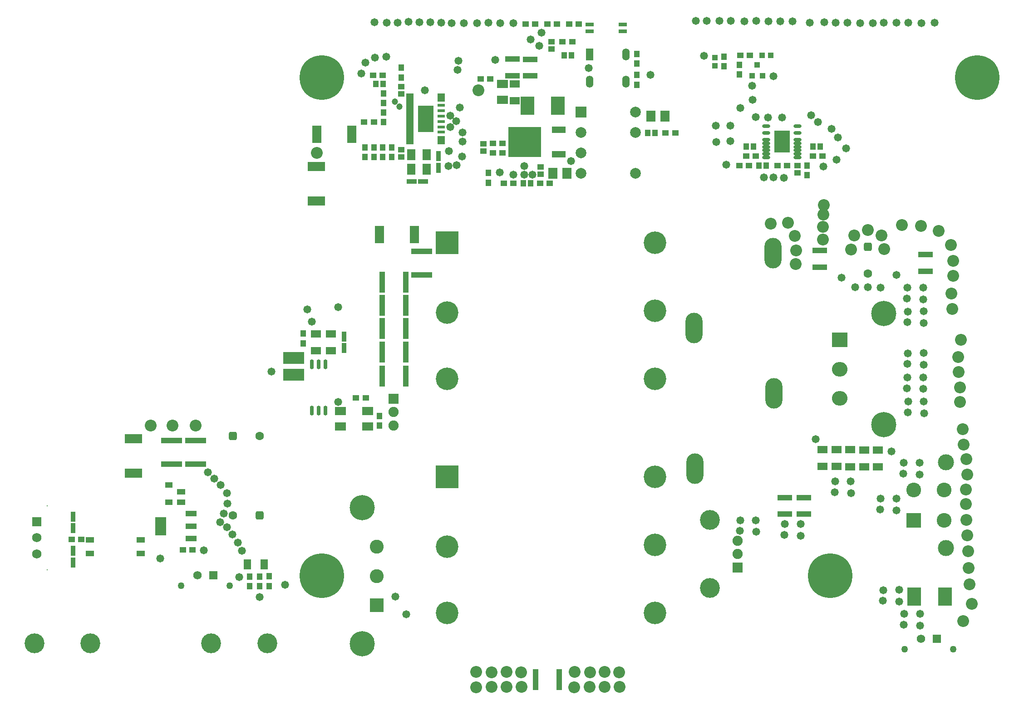
<source format=gts>
G04*
G04 #@! TF.GenerationSoftware,Altium Limited,Altium Designer,22.5.1 (42)*
G04*
G04 Layer_Color=8388736*
%FSLAX25Y25*%
%MOIN*%
G70*
G04*
G04 #@! TF.SameCoordinates,02EF2946-DDE5-4D11-B7C9-AFF3A69701B4*
G04*
G04*
G04 #@! TF.FilePolarity,Negative*
G04*
G01*
G75*
%ADD53R,0.03950X0.03950*%
%ADD54R,0.04343X0.04737*%
%ADD55R,0.03950X0.04343*%
%ADD56R,0.03950X0.03950*%
%ADD57O,0.05918X0.02769*%
%ADD58R,0.11587X0.15997*%
%ADD59R,0.04737X0.04343*%
%ADD60R,0.07493X0.05328*%
%ADD61R,0.06902X0.08083*%
%ADD62R,0.06312X0.02965*%
%ADD63O,0.05300X0.08800*%
%ADD64R,0.05300X0.08800*%
%ADD65R,0.10642X0.04343*%
%ADD66R,0.10249X0.13202*%
%ADD67R,0.24422X0.22257*%
%ADD68R,0.09855X0.04540*%
%ADD69R,0.07887X0.05918*%
%ADD70R,0.11587X0.19501*%
%ADD71R,0.05721X0.02178*%
%ADD72R,0.05918X0.07887*%
%ADD73R,0.07690X0.03556*%
%ADD74R,0.03556X0.07690*%
%ADD75O,0.02965X0.07296*%
%ADD76R,0.15564X0.09068*%
%ADD77R,0.04343X0.15761*%
%ADD78R,0.07099X0.13005*%
%ADD79R,0.15761X0.04343*%
%ADD80R,0.05328X0.07493*%
%ADD81R,0.13005X0.07099*%
%ADD82R,0.05603X0.04383*%
%ADD83R,0.05918X0.04343*%
%ADD84R,0.08477X0.04343*%
%ADD85R,0.08477X0.13595*%
%ADD86C,0.16548*%
%ADD87R,0.16548X0.16548*%
%ADD88C,0.00800*%
%ADD89C,0.06800*%
%ADD90R,0.06800X0.06800*%
G04:AMPARAMS|DCode=91|XSize=63.12mil|YSize=63.12mil|CornerRadius=17.78mil|HoleSize=0mil|Usage=FLASHONLY|Rotation=90.000|XOffset=0mil|YOffset=0mil|HoleType=Round|Shape=RoundedRectangle|*
%AMROUNDEDRECTD91*
21,1,0.06312,0.02756,0,0,90.0*
21,1,0.02756,0.06312,0,0,90.0*
1,1,0.03556,0.01378,0.01378*
1,1,0.03556,0.01378,-0.01378*
1,1,0.03556,-0.01378,-0.01378*
1,1,0.03556,-0.01378,0.01378*
%
%ADD91ROUNDEDRECTD91*%
%ADD92C,0.06312*%
%ADD93C,0.05000*%
%ADD94C,0.06181*%
%ADD95R,0.06181X0.06181*%
%ADD96C,0.14580*%
%ADD97R,0.07493X0.07493*%
%ADD98C,0.07493*%
%ADD99C,0.07887*%
%ADD100R,0.07887X0.07887*%
%ADD101R,0.10249X0.10249*%
%ADD102C,0.10249*%
%ADD103C,0.18517*%
G04:AMPARAMS|DCode=104|XSize=63.12mil|YSize=63.12mil|CornerRadius=17.78mil|HoleSize=0mil|Usage=FLASHONLY|Rotation=0.000|XOffset=0mil|YOffset=0mil|HoleType=Round|Shape=RoundedRectangle|*
%AMROUNDEDRECTD104*
21,1,0.06312,0.02756,0,0,0.0*
21,1,0.02756,0.06312,0,0,0.0*
1,1,0.03556,0.01378,-0.01378*
1,1,0.03556,-0.01378,-0.01378*
1,1,0.03556,-0.01378,0.01378*
1,1,0.03556,0.01378,0.01378*
%
%ADD104ROUNDEDRECTD104*%
%ADD105R,0.11430X0.10642*%
%ADD106O,0.11430X0.10642*%
%ADD107O,0.12611X0.22453*%
%ADD108C,0.10827*%
%ADD109R,0.10827X0.10827*%
%ADD110C,0.11811*%
%ADD111C,0.32690*%
%ADD112C,0.05800*%
%ADD113C,0.08674*%
%ADD114C,0.02769*%
%ADD115C,0.04737*%
D53*
X787500Y470000D02*
D03*
Y463701D02*
D03*
D54*
X805500Y464543D02*
D03*
Y457457D02*
D03*
X864657Y404500D02*
D03*
X859342D02*
D03*
X855000Y383457D02*
D03*
Y390543D02*
D03*
X825000Y390500D02*
D03*
X819685D02*
D03*
X810500Y404500D02*
D03*
X815815D02*
D03*
X743358Y414600D02*
D03*
X738042D02*
D03*
X730000Y449957D02*
D03*
Y457043D02*
D03*
Y472500D02*
D03*
Y465413D02*
D03*
X682000Y471500D02*
D03*
X676685D02*
D03*
X646685Y377500D02*
D03*
X652000D02*
D03*
X556950Y462434D02*
D03*
Y455347D02*
D03*
X538450Y450391D02*
D03*
X543765D02*
D03*
X543950Y436391D02*
D03*
Y443477D02*
D03*
Y429477D02*
D03*
Y422391D02*
D03*
X549950Y403934D02*
D03*
Y396847D02*
D03*
X543450Y403934D02*
D03*
Y396847D02*
D03*
X536950Y403934D02*
D03*
Y396847D02*
D03*
X530450Y403934D02*
D03*
Y396847D02*
D03*
X485000Y259957D02*
D03*
Y267043D02*
D03*
X541000Y199457D02*
D03*
Y206543D02*
D03*
X445650Y88685D02*
D03*
Y81598D02*
D03*
X453150D02*
D03*
Y88685D02*
D03*
X460150Y81642D02*
D03*
Y88728D02*
D03*
X794000Y470543D02*
D03*
Y463457D02*
D03*
X621000Y385043D02*
D03*
Y377957D02*
D03*
D55*
X818500Y464437D02*
D03*
X822240Y456563D02*
D03*
X814760D02*
D03*
D56*
X828299Y471500D02*
D03*
X822000D02*
D03*
D57*
X825165Y419618D02*
D03*
Y414500D02*
D03*
Y409382D02*
D03*
Y406823D02*
D03*
Y404264D02*
D03*
Y401705D02*
D03*
Y399146D02*
D03*
Y396587D02*
D03*
X848000Y419618D02*
D03*
Y414500D02*
D03*
Y409382D02*
D03*
Y406823D02*
D03*
Y404264D02*
D03*
Y401705D02*
D03*
Y399146D02*
D03*
Y396587D02*
D03*
D58*
X836583Y408102D02*
D03*
D59*
X859457Y397500D02*
D03*
X866543D02*
D03*
X848000Y385343D02*
D03*
Y390657D02*
D03*
X840543Y390500D02*
D03*
X833457D02*
D03*
X812500D02*
D03*
X805413D02*
D03*
X810457Y397500D02*
D03*
X817543D02*
D03*
X758243Y414600D02*
D03*
X751157D02*
D03*
X687500Y494500D02*
D03*
X680413D02*
D03*
X675500Y481500D02*
D03*
X682587D02*
D03*
X667500D02*
D03*
Y476185D02*
D03*
X664457Y494500D02*
D03*
X671543D02*
D03*
X622343Y454100D02*
D03*
X615257D02*
D03*
X659500Y389657D02*
D03*
Y384343D02*
D03*
X666043Y377500D02*
D03*
X658957D02*
D03*
X639543D02*
D03*
X632457D02*
D03*
X556950Y443076D02*
D03*
Y448391D02*
D03*
X543537Y456891D02*
D03*
X536450D02*
D03*
X556950Y396891D02*
D03*
Y402206D02*
D03*
X536950Y422391D02*
D03*
X529864D02*
D03*
X523857Y219900D02*
D03*
X530943D02*
D03*
X396606Y108142D02*
D03*
X403693D02*
D03*
X322150Y115909D02*
D03*
X315063D02*
D03*
X813000Y471500D02*
D03*
X805913D02*
D03*
X648413Y494500D02*
D03*
X655500D02*
D03*
X624413Y400000D02*
D03*
X631500D02*
D03*
Y407000D02*
D03*
X624413D02*
D03*
X617500Y401185D02*
D03*
Y406500D02*
D03*
D60*
X907200Y181601D02*
D03*
Y169199D02*
D03*
X897100D02*
D03*
Y181601D02*
D03*
X886700Y169299D02*
D03*
Y181701D02*
D03*
X876700Y169499D02*
D03*
Y181901D02*
D03*
X866400Y169599D02*
D03*
Y182001D02*
D03*
X640400Y438199D02*
D03*
Y450601D02*
D03*
X494457Y266910D02*
D03*
Y254509D02*
D03*
X505457Y266910D02*
D03*
Y254509D02*
D03*
D61*
X750673Y427000D02*
D03*
X740240D02*
D03*
X668240Y385000D02*
D03*
X678673D02*
D03*
D62*
X719705Y489043D02*
D03*
Y494043D02*
D03*
X695295Y489043D02*
D03*
Y494043D02*
D03*
D63*
X722000Y452043D02*
D03*
Y472043D02*
D03*
X695500Y452043D02*
D03*
D64*
Y472043D02*
D03*
D65*
X651800Y468602D02*
D03*
Y456398D02*
D03*
X638600Y468702D02*
D03*
Y456498D02*
D03*
X838650Y134457D02*
D03*
Y146661D02*
D03*
X852650Y134457D02*
D03*
Y146661D02*
D03*
X942000Y312898D02*
D03*
Y325102D02*
D03*
X864500Y315898D02*
D03*
Y328102D02*
D03*
D66*
X672141Y434500D02*
D03*
X649700D02*
D03*
X933780Y74000D02*
D03*
X956221D02*
D03*
D67*
X647795Y408000D02*
D03*
D68*
X672598Y417016D02*
D03*
Y398984D02*
D03*
D69*
X631400Y439000D02*
D03*
Y450417D02*
D03*
X512500Y210209D02*
D03*
Y198791D02*
D03*
X532500Y210209D02*
D03*
Y198791D02*
D03*
D70*
X574950Y424891D02*
D03*
D71*
X586466Y407174D02*
D03*
Y409142D02*
D03*
Y411111D02*
D03*
Y415048D02*
D03*
Y418985D02*
D03*
Y422922D02*
D03*
Y426859D02*
D03*
Y430796D02*
D03*
Y434733D02*
D03*
Y438670D02*
D03*
Y440639D02*
D03*
Y442607D02*
D03*
X563435Y407174D02*
D03*
Y409142D02*
D03*
Y411111D02*
D03*
Y413080D02*
D03*
Y415048D02*
D03*
Y417017D02*
D03*
Y418985D02*
D03*
Y420954D02*
D03*
Y422922D02*
D03*
Y424891D02*
D03*
Y426859D02*
D03*
Y428828D02*
D03*
Y430796D02*
D03*
Y432765D02*
D03*
Y434733D02*
D03*
Y436702D02*
D03*
Y438670D02*
D03*
Y440639D02*
D03*
Y442607D02*
D03*
D72*
X564242Y387891D02*
D03*
X575659D02*
D03*
X564242Y398391D02*
D03*
X575659D02*
D03*
D73*
X564635Y378800D02*
D03*
X573100D02*
D03*
D74*
X584450Y397391D02*
D03*
Y388926D02*
D03*
X514957Y256477D02*
D03*
Y264942D02*
D03*
X316150Y98945D02*
D03*
Y107409D02*
D03*
Y132642D02*
D03*
Y124177D02*
D03*
D75*
X491500Y210472D02*
D03*
X496500D02*
D03*
X501500D02*
D03*
X491500Y244528D02*
D03*
X496500D02*
D03*
X501500D02*
D03*
D76*
X478200Y236898D02*
D03*
Y249102D02*
D03*
D77*
X543177Y236000D02*
D03*
X560500D02*
D03*
X543177Y253500D02*
D03*
X560500D02*
D03*
X543177Y271000D02*
D03*
X560500D02*
D03*
X543177Y288000D02*
D03*
X560500D02*
D03*
X543177Y305000D02*
D03*
X560500D02*
D03*
X655839Y13000D02*
D03*
X673161D02*
D03*
D78*
X541205Y340000D02*
D03*
X566795D02*
D03*
X520795Y413500D02*
D03*
X495205D02*
D03*
D79*
X572000Y327500D02*
D03*
Y310177D02*
D03*
X406000Y188661D02*
D03*
Y171339D02*
D03*
X388500Y188661D02*
D03*
Y171339D02*
D03*
D80*
X456350Y97409D02*
D03*
X443949D02*
D03*
D81*
X360400Y164405D02*
D03*
Y189995D02*
D03*
X494600Y390000D02*
D03*
Y364409D02*
D03*
D82*
X386500Y143063D02*
D03*
Y155937D02*
D03*
D83*
X395500Y150740D02*
D03*
Y143260D02*
D03*
X365701Y105500D02*
D03*
Y115500D02*
D03*
X328299Y105500D02*
D03*
Y115500D02*
D03*
D84*
X402772Y116587D02*
D03*
Y125642D02*
D03*
Y134697D02*
D03*
D85*
X380528Y125642D02*
D03*
D86*
X590551Y110563D02*
D03*
Y61744D02*
D03*
X743504Y161744D02*
D03*
Y111744D02*
D03*
Y61744D02*
D03*
X590551Y282634D02*
D03*
Y233815D02*
D03*
X743504Y333815D02*
D03*
Y283815D02*
D03*
Y233815D02*
D03*
D87*
X590551Y161744D02*
D03*
Y333815D02*
D03*
D88*
X297087Y140650D02*
D03*
Y93405D02*
D03*
D89*
X289370Y117028D02*
D03*
Y105217D02*
D03*
D90*
Y128839D02*
D03*
D91*
X899650Y330744D02*
D03*
D92*
Y311059D02*
D03*
X433307Y133409D02*
D03*
X452992Y191909D02*
D03*
D93*
X926878Y35283D02*
D03*
X962311D02*
D03*
X395528Y81693D02*
D03*
X430961D02*
D03*
D94*
X938689Y43000D02*
D03*
X407339Y89409D02*
D03*
D95*
X950500Y43000D02*
D03*
X419150Y89409D02*
D03*
D96*
X783630Y130075D02*
D03*
Y80075D02*
D03*
X328878Y39500D02*
D03*
X458799D02*
D03*
X417500D02*
D03*
X287579D02*
D03*
D97*
X804150Y95217D02*
D03*
X551500Y219342D02*
D03*
D98*
X804150Y105059D02*
D03*
Y114902D02*
D03*
X551500Y199657D02*
D03*
Y209500D02*
D03*
D99*
X729000Y385000D02*
D03*
Y415000D02*
D03*
Y430000D02*
D03*
X689000Y385000D02*
D03*
Y400000D02*
D03*
Y415000D02*
D03*
D100*
Y430000D02*
D03*
D101*
X539000Y67583D02*
D03*
D102*
Y89000D02*
D03*
Y110417D02*
D03*
D103*
X528370Y39039D02*
D03*
Y139039D02*
D03*
X911472Y200043D02*
D03*
Y281941D02*
D03*
D104*
X452992Y133409D02*
D03*
X433307Y191909D02*
D03*
D105*
X879000Y262492D02*
D03*
D106*
Y240996D02*
D03*
Y219500D02*
D03*
D107*
X772776Y167941D02*
D03*
X830650Y223059D02*
D03*
X772150Y271059D02*
D03*
X830024Y326177D02*
D03*
D108*
X955854Y129780D02*
D03*
Y152220D02*
D03*
X933413D02*
D03*
D109*
Y129780D02*
D03*
D110*
X957134Y109425D02*
D03*
Y172575D02*
D03*
D111*
X498626Y89059D02*
D03*
X498650Y455059D02*
D03*
X980126D02*
D03*
X872126Y89059D02*
D03*
D112*
X414961Y165256D02*
D03*
X419783Y160433D02*
D03*
X424311Y155807D02*
D03*
X429035Y149902D02*
D03*
X429331Y142126D02*
D03*
X426575Y134941D02*
D03*
X440158Y107677D02*
D03*
X436909Y113681D02*
D03*
X433169Y119390D02*
D03*
X428937Y124902D02*
D03*
X423917Y128642D02*
D03*
X805906Y129921D02*
D03*
X817520Y130020D02*
D03*
X805610Y122047D02*
D03*
X817618Y121457D02*
D03*
X926280Y61122D02*
D03*
X937894Y61221D02*
D03*
X925984Y53248D02*
D03*
X937992Y52658D02*
D03*
X911024Y78642D02*
D03*
X922638Y78740D02*
D03*
X910728Y70768D02*
D03*
X922736Y70177D02*
D03*
X909153Y145768D02*
D03*
X920768Y145866D02*
D03*
X908858Y137894D02*
D03*
X920866Y137303D02*
D03*
X838681Y127067D02*
D03*
X850295Y127165D02*
D03*
X838386Y119193D02*
D03*
X850394Y118602D02*
D03*
X875591Y158366D02*
D03*
X887205Y158465D02*
D03*
X875295Y150492D02*
D03*
X887303Y149902D02*
D03*
X926083Y172146D02*
D03*
X937697Y172244D02*
D03*
X925787Y164272D02*
D03*
X937795Y163681D02*
D03*
X929232Y217028D02*
D03*
X940847Y217126D02*
D03*
X928937Y209154D02*
D03*
X940945Y208563D02*
D03*
X928642Y234842D02*
D03*
X940256Y234941D02*
D03*
X928347Y226969D02*
D03*
X940354Y226378D02*
D03*
X928937Y252658D02*
D03*
X940551Y252756D02*
D03*
X928642Y244783D02*
D03*
X940650Y244193D02*
D03*
X929035Y283268D02*
D03*
X940650Y283366D02*
D03*
X928740Y275394D02*
D03*
X940748Y274803D02*
D03*
X940354Y292224D02*
D03*
X928347Y292815D02*
D03*
X940256Y300787D02*
D03*
X928642Y300689D02*
D03*
X920768Y310335D02*
D03*
X880217Y308071D02*
D03*
X908957Y300886D02*
D03*
X890354Y301083D02*
D03*
X899705Y301181D02*
D03*
X830217Y456299D02*
D03*
X779528Y471161D02*
D03*
X817224Y426083D02*
D03*
X826378Y425886D02*
D03*
X836614Y425787D02*
D03*
X883760Y403150D02*
D03*
X867028Y389961D02*
D03*
X795669Y391142D02*
D03*
X823228Y381693D02*
D03*
X830315Y381890D02*
D03*
X837894Y381594D02*
D03*
X867717Y495768D02*
D03*
X875984Y495571D02*
D03*
X884842D02*
D03*
X894094Y495177D02*
D03*
X903445Y495079D02*
D03*
X911516Y495472D02*
D03*
X920571Y495374D02*
D03*
X929429Y495669D02*
D03*
X939173Y495177D02*
D03*
X948720Y495669D02*
D03*
X857185Y495472D02*
D03*
X844390Y496358D02*
D03*
X835335Y496654D02*
D03*
X826772Y496555D02*
D03*
X817717Y496752D02*
D03*
X809055Y496654D02*
D03*
X799213Y496752D02*
D03*
X790551D02*
D03*
X781496D02*
D03*
X773425Y496949D02*
D03*
X653445Y383858D02*
D03*
X647342Y390059D02*
D03*
X647441Y383858D02*
D03*
X537500Y495768D02*
D03*
X546260Y495472D02*
D03*
X554331D02*
D03*
X562402Y496063D02*
D03*
X570472Y495866D02*
D03*
X578248D02*
D03*
X586319Y495472D02*
D03*
X594193Y495079D02*
D03*
X603150Y495276D02*
D03*
X694587Y462303D02*
D03*
X626083Y468209D02*
D03*
X612747Y495278D02*
D03*
X621163Y495355D02*
D03*
X629733Y495278D02*
D03*
X639468Y495276D02*
D03*
X527756Y458169D02*
D03*
X530610Y466043D02*
D03*
X537795Y469980D02*
D03*
X546161Y470669D02*
D03*
X491240Y275689D02*
D03*
X599000Y467588D02*
D03*
X597800Y390812D02*
D03*
X591700Y390300D02*
D03*
X602051Y414900D02*
D03*
X601700Y397300D02*
D03*
X602051Y408200D02*
D03*
X598300Y460700D02*
D03*
X658400Y478400D02*
D03*
X876600Y394900D02*
D03*
X877600Y411100D02*
D03*
X873100Y417600D02*
D03*
X863100Y422500D02*
D03*
X857900Y427600D02*
D03*
X798800Y408600D02*
D03*
X788300Y407900D02*
D03*
X788000Y419800D02*
D03*
X798800Y420000D02*
D03*
X806200Y432700D02*
D03*
X815100Y438800D02*
D03*
X814600Y449100D02*
D03*
X739900Y457200D02*
D03*
X629500Y385600D02*
D03*
X600000Y433100D02*
D03*
X681600Y393900D02*
D03*
X639300Y384000D02*
D03*
X574400Y445700D02*
D03*
X652100Y483200D02*
D03*
X660200Y488200D02*
D03*
X597500Y423100D02*
D03*
X592900Y427100D02*
D03*
X592000Y401200D02*
D03*
X593200Y418900D02*
D03*
X510600Y217000D02*
D03*
X461800Y239200D02*
D03*
X510800Y286400D02*
D03*
X488000Y284900D02*
D03*
X552700Y73700D02*
D03*
X560600Y60700D02*
D03*
X438100Y88300D02*
D03*
X452900Y73600D02*
D03*
X471800Y82400D02*
D03*
X917000Y180500D02*
D03*
X861300Y189600D02*
D03*
X380000Y102000D02*
D03*
X412000Y108000D02*
D03*
D113*
X717126Y18209D02*
D03*
X717421Y7382D02*
D03*
X706398D02*
D03*
X706496Y18602D02*
D03*
X695571Y18307D02*
D03*
X695472Y7579D02*
D03*
X684154Y7283D02*
D03*
X684350Y18602D02*
D03*
X612205D02*
D03*
X612008Y7283D02*
D03*
X623327Y7579D02*
D03*
X623425Y18307D02*
D03*
X634350Y18602D02*
D03*
X634252Y7382D02*
D03*
X645276D02*
D03*
X644980Y18209D02*
D03*
X613596Y445746D02*
D03*
X494900Y399800D02*
D03*
X962500Y320400D02*
D03*
X961800Y285300D02*
D03*
X960900Y296500D02*
D03*
X962300Y309600D02*
D03*
X968100Y262600D02*
D03*
X969500Y196700D02*
D03*
X967400Y216700D02*
D03*
X867400Y361410D02*
D03*
X828500Y347800D02*
D03*
X846600Y318100D02*
D03*
X866700Y345500D02*
D03*
X866800Y336100D02*
D03*
X969800Y56000D02*
D03*
X975900Y68600D02*
D03*
X974300Y82800D02*
D03*
X973600Y94800D02*
D03*
X973400Y107200D02*
D03*
X972700Y118900D02*
D03*
X972100Y130200D02*
D03*
X971700Y141900D02*
D03*
X971800Y152600D02*
D03*
X972700Y163400D02*
D03*
X972000Y175000D02*
D03*
X970100Y185600D02*
D03*
X967400Y227500D02*
D03*
X966300Y238700D02*
D03*
X966100Y250000D02*
D03*
X960700Y332100D02*
D03*
X951600Y342600D02*
D03*
X938700Y346200D02*
D03*
X924743Y346921D02*
D03*
X867200Y354500D02*
D03*
X909600Y339100D02*
D03*
X911700Y329200D02*
D03*
X899600Y343100D02*
D03*
X889700Y339300D02*
D03*
X887500Y328700D02*
D03*
X847000Y328300D02*
D03*
X846100Y338900D02*
D03*
X841100Y348600D02*
D03*
X406000Y199500D02*
D03*
X389000D02*
D03*
X373000D02*
D03*
D114*
X834417Y412433D02*
D03*
X838748D02*
D03*
X834417Y408102D02*
D03*
X838748D02*
D03*
X834417Y403772D02*
D03*
X838748D02*
D03*
X577116Y418395D02*
D03*
X572785D02*
D03*
X577116Y422725D02*
D03*
X572785D02*
D03*
X577116Y427056D02*
D03*
X572785D02*
D03*
X577116Y431387D02*
D03*
X572785D02*
D03*
D115*
X555700Y433700D02*
D03*
X552500Y437600D02*
D03*
M02*

</source>
